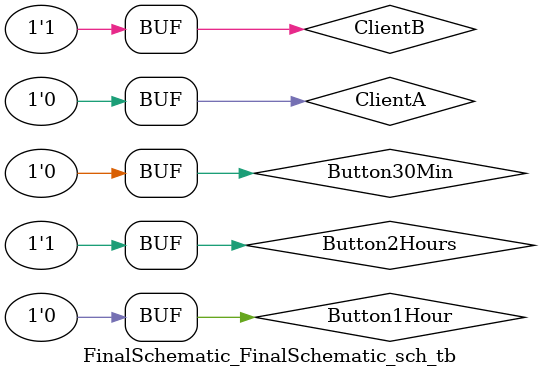
<source format=v>

`timescale 1ns / 1ps

module FinalSchematic_FinalSchematic_sch_tb();

// Inputs
   reg ClientA;
   reg Button2Hours;
   reg Button30Min;
   reg Button1Hour;
   reg ClientB;

// Output
   wire [44:0] StudentNumbers;
   wire [3:0] D;
   wire [4:0] ValueToPay;
   wire [0:0] P;

// Bidirs

// Instantiate the UUT
   FinalSchematic UUT (
		.ClientA(ClientA), 
		.Button2Hours(Button2Hours), 
		.Button30Min(Button30Min), 
		.Button1Hour(Button1Hour), 
		.ClientB(ClientB), 
		.StudentNumbers(StudentNumbers), 
		.D(D), 
		.ValueToPay(ValueToPay), 
		.P(P)
   );
// Initialize Inputs
   `ifdef auto_init
       initial begin
		ClientA = 0;
		Button2Hours = 0;
		Button30Min = 0;
		Button1Hour = 0;
		ClientB = 0;
   `endif
	
	initial begin
	
		ClientA = 0;
		ClientB = 0;
		Button30Min = 0;
		Button1Hour = 0;
		Button2Hours = 0;


		#100
		
		ClientA = 0;
		ClientB = 1;
		Button30Min = 1;
		Button1Hour = 1;
		Button2Hours = 1;
	
		#100
		ClientA = 0;
		ClientB = 1;
		Button30Min = 0;
		Button1Hour = 0;
		Button2Hours = 1;
	
	end
	
endmodule

</source>
